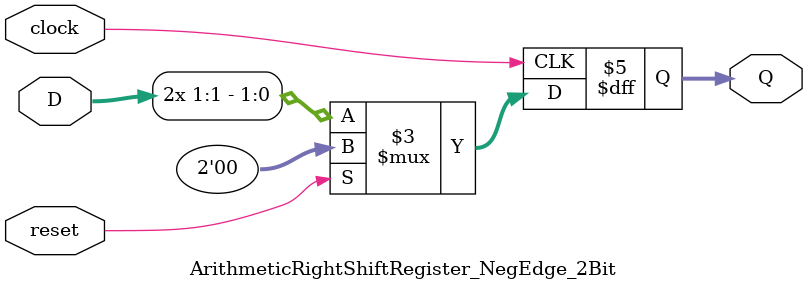
<source format=v>
module ArithmeticRightShiftRegister_NegEdge_2Bit (clock, reset, D, Q);
    input clock;
    input reset;
    input [1:0] D;
    output reg [1:0] Q;

    always @(negedge clock)
    begin
        if (reset)
            Q <= 2'b00;
        else
            Q <= {D[1], D[1:1]};        
    end
endmodule

</source>
